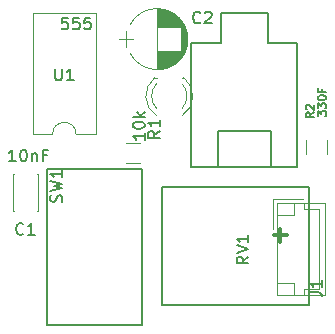
<source format=gbr>
%TF.GenerationSoftware,KiCad,Pcbnew,(5.1.9)-1*%
%TF.CreationDate,2021-03-03T01:22:35+00:00*%
%TF.ProjectId,555 Timer,35353520-5469-46d6-9572-2e6b69636164,rev?*%
%TF.SameCoordinates,Original*%
%TF.FileFunction,Legend,Top*%
%TF.FilePolarity,Positive*%
%FSLAX46Y46*%
G04 Gerber Fmt 4.6, Leading zero omitted, Abs format (unit mm)*
G04 Created by KiCad (PCBNEW (5.1.9)-1) date 2021-03-03 01:22:35*
%MOMM*%
%LPD*%
G01*
G04 APERTURE LIST*
%ADD10C,0.150000*%
%ADD11C,0.300000*%
%ADD12C,0.120000*%
%ADD13C,0.127000*%
G04 APERTURE END LIST*
D10*
X132381714Y-77176380D02*
X131905523Y-77176380D01*
X131857904Y-77652571D01*
X131905523Y-77604952D01*
X132000761Y-77557333D01*
X132238857Y-77557333D01*
X132334095Y-77604952D01*
X132381714Y-77652571D01*
X132429333Y-77747809D01*
X132429333Y-77985904D01*
X132381714Y-78081142D01*
X132334095Y-78128761D01*
X132238857Y-78176380D01*
X132000761Y-78176380D01*
X131905523Y-78128761D01*
X131857904Y-78081142D01*
X133334095Y-77176380D02*
X132857904Y-77176380D01*
X132810285Y-77652571D01*
X132857904Y-77604952D01*
X132953142Y-77557333D01*
X133191238Y-77557333D01*
X133286476Y-77604952D01*
X133334095Y-77652571D01*
X133381714Y-77747809D01*
X133381714Y-77985904D01*
X133334095Y-78081142D01*
X133286476Y-78128761D01*
X133191238Y-78176380D01*
X132953142Y-78176380D01*
X132857904Y-78128761D01*
X132810285Y-78081142D01*
X134286476Y-77176380D02*
X133810285Y-77176380D01*
X133762666Y-77652571D01*
X133810285Y-77604952D01*
X133905523Y-77557333D01*
X134143619Y-77557333D01*
X134238857Y-77604952D01*
X134286476Y-77652571D01*
X134334095Y-77747809D01*
X134334095Y-77985904D01*
X134286476Y-78081142D01*
X134238857Y-78128761D01*
X134143619Y-78176380D01*
X133905523Y-78176380D01*
X133810285Y-78128761D01*
X133762666Y-78081142D01*
D11*
X149796571Y-95611142D02*
X150939428Y-95611142D01*
X150368000Y-96182571D02*
X150368000Y-95039714D01*
D12*
%TO.C,C2*%
X142243722Y-80173723D02*
G75*
G03*
X142243580Y-77814000I-2305722J1179723D01*
G01*
X142243722Y-80173723D02*
G75*
G02*
X137632420Y-80174000I-2305722J1179723D01*
G01*
X142243722Y-77814277D02*
G75*
G03*
X137632420Y-77814000I-2305722J-1179723D01*
G01*
X139938000Y-76444000D02*
X139938000Y-81544000D01*
X139978000Y-76444000D02*
X139978000Y-78014000D01*
X139978000Y-79974000D02*
X139978000Y-81544000D01*
X140018000Y-76445000D02*
X140018000Y-78014000D01*
X140018000Y-79974000D02*
X140018000Y-81543000D01*
X140058000Y-76446000D02*
X140058000Y-78014000D01*
X140058000Y-79974000D02*
X140058000Y-81542000D01*
X140098000Y-76448000D02*
X140098000Y-78014000D01*
X140098000Y-79974000D02*
X140098000Y-81540000D01*
X140138000Y-76451000D02*
X140138000Y-78014000D01*
X140138000Y-79974000D02*
X140138000Y-81537000D01*
X140178000Y-76455000D02*
X140178000Y-78014000D01*
X140178000Y-79974000D02*
X140178000Y-81533000D01*
X140218000Y-76459000D02*
X140218000Y-78014000D01*
X140218000Y-79974000D02*
X140218000Y-81529000D01*
X140258000Y-76463000D02*
X140258000Y-78014000D01*
X140258000Y-79974000D02*
X140258000Y-81525000D01*
X140298000Y-76469000D02*
X140298000Y-78014000D01*
X140298000Y-79974000D02*
X140298000Y-81519000D01*
X140338000Y-76475000D02*
X140338000Y-78014000D01*
X140338000Y-79974000D02*
X140338000Y-81513000D01*
X140378000Y-76481000D02*
X140378000Y-78014000D01*
X140378000Y-79974000D02*
X140378000Y-81507000D01*
X140418000Y-76488000D02*
X140418000Y-78014000D01*
X140418000Y-79974000D02*
X140418000Y-81500000D01*
X140458000Y-76496000D02*
X140458000Y-78014000D01*
X140458000Y-79974000D02*
X140458000Y-81492000D01*
X140498000Y-76505000D02*
X140498000Y-78014000D01*
X140498000Y-79974000D02*
X140498000Y-81483000D01*
X140538000Y-76514000D02*
X140538000Y-78014000D01*
X140538000Y-79974000D02*
X140538000Y-81474000D01*
X140578000Y-76524000D02*
X140578000Y-78014000D01*
X140578000Y-79974000D02*
X140578000Y-81464000D01*
X140618000Y-76534000D02*
X140618000Y-78014000D01*
X140618000Y-79974000D02*
X140618000Y-81454000D01*
X140659000Y-76546000D02*
X140659000Y-78014000D01*
X140659000Y-79974000D02*
X140659000Y-81442000D01*
X140699000Y-76558000D02*
X140699000Y-78014000D01*
X140699000Y-79974000D02*
X140699000Y-81430000D01*
X140739000Y-76570000D02*
X140739000Y-78014000D01*
X140739000Y-79974000D02*
X140739000Y-81418000D01*
X140779000Y-76584000D02*
X140779000Y-78014000D01*
X140779000Y-79974000D02*
X140779000Y-81404000D01*
X140819000Y-76598000D02*
X140819000Y-78014000D01*
X140819000Y-79974000D02*
X140819000Y-81390000D01*
X140859000Y-76612000D02*
X140859000Y-78014000D01*
X140859000Y-79974000D02*
X140859000Y-81376000D01*
X140899000Y-76628000D02*
X140899000Y-78014000D01*
X140899000Y-79974000D02*
X140899000Y-81360000D01*
X140939000Y-76644000D02*
X140939000Y-78014000D01*
X140939000Y-79974000D02*
X140939000Y-81344000D01*
X140979000Y-76661000D02*
X140979000Y-78014000D01*
X140979000Y-79974000D02*
X140979000Y-81327000D01*
X141019000Y-76679000D02*
X141019000Y-78014000D01*
X141019000Y-79974000D02*
X141019000Y-81309000D01*
X141059000Y-76698000D02*
X141059000Y-78014000D01*
X141059000Y-79974000D02*
X141059000Y-81290000D01*
X141099000Y-76718000D02*
X141099000Y-78014000D01*
X141099000Y-79974000D02*
X141099000Y-81270000D01*
X141139000Y-76738000D02*
X141139000Y-78014000D01*
X141139000Y-79974000D02*
X141139000Y-81250000D01*
X141179000Y-76760000D02*
X141179000Y-78014000D01*
X141179000Y-79974000D02*
X141179000Y-81228000D01*
X141219000Y-76782000D02*
X141219000Y-78014000D01*
X141219000Y-79974000D02*
X141219000Y-81206000D01*
X141259000Y-76805000D02*
X141259000Y-78014000D01*
X141259000Y-79974000D02*
X141259000Y-81183000D01*
X141299000Y-76829000D02*
X141299000Y-78014000D01*
X141299000Y-79974000D02*
X141299000Y-81159000D01*
X141339000Y-76854000D02*
X141339000Y-78014000D01*
X141339000Y-79974000D02*
X141339000Y-81134000D01*
X141379000Y-76881000D02*
X141379000Y-78014000D01*
X141379000Y-79974000D02*
X141379000Y-81107000D01*
X141419000Y-76908000D02*
X141419000Y-78014000D01*
X141419000Y-79974000D02*
X141419000Y-81080000D01*
X141459000Y-76936000D02*
X141459000Y-78014000D01*
X141459000Y-79974000D02*
X141459000Y-81052000D01*
X141499000Y-76966000D02*
X141499000Y-78014000D01*
X141499000Y-79974000D02*
X141499000Y-81022000D01*
X141539000Y-76997000D02*
X141539000Y-78014000D01*
X141539000Y-79974000D02*
X141539000Y-80991000D01*
X141579000Y-77029000D02*
X141579000Y-78014000D01*
X141579000Y-79974000D02*
X141579000Y-80959000D01*
X141619000Y-77062000D02*
X141619000Y-78014000D01*
X141619000Y-79974000D02*
X141619000Y-80926000D01*
X141659000Y-77097000D02*
X141659000Y-78014000D01*
X141659000Y-79974000D02*
X141659000Y-80891000D01*
X141699000Y-77133000D02*
X141699000Y-78014000D01*
X141699000Y-79974000D02*
X141699000Y-80855000D01*
X141739000Y-77171000D02*
X141739000Y-78014000D01*
X141739000Y-79974000D02*
X141739000Y-80817000D01*
X141779000Y-77211000D02*
X141779000Y-78014000D01*
X141779000Y-79974000D02*
X141779000Y-80777000D01*
X141819000Y-77252000D02*
X141819000Y-78014000D01*
X141819000Y-79974000D02*
X141819000Y-80736000D01*
X141859000Y-77295000D02*
X141859000Y-78014000D01*
X141859000Y-79974000D02*
X141859000Y-80693000D01*
X141899000Y-77340000D02*
X141899000Y-78014000D01*
X141899000Y-79974000D02*
X141899000Y-80648000D01*
X141939000Y-77388000D02*
X141939000Y-80600000D01*
X141979000Y-77438000D02*
X141979000Y-80550000D01*
X142019000Y-77490000D02*
X142019000Y-80498000D01*
X142059000Y-77546000D02*
X142059000Y-80442000D01*
X142099000Y-77604000D02*
X142099000Y-80384000D01*
X142139000Y-77667000D02*
X142139000Y-80321000D01*
X142179000Y-77733000D02*
X142179000Y-80255000D01*
X142219000Y-77805000D02*
X142219000Y-80183000D01*
X142259000Y-77882000D02*
X142259000Y-80106000D01*
X142299000Y-77966000D02*
X142299000Y-80022000D01*
X142339000Y-78060000D02*
X142339000Y-79928000D01*
X142379000Y-78165000D02*
X142379000Y-79823000D01*
X142419000Y-78287000D02*
X142419000Y-79701000D01*
X142459000Y-78435000D02*
X142459000Y-79553000D01*
X142499000Y-78640000D02*
X142499000Y-79348000D01*
X136738000Y-78994000D02*
X137938000Y-78994000D01*
X137338000Y-78344000D02*
X137338000Y-79644000D01*
%TO.C,J1*%
X154150000Y-92854000D02*
X150050000Y-92854000D01*
X150050000Y-92854000D02*
X150050000Y-100654000D01*
X150050000Y-100654000D02*
X154150000Y-100654000D01*
X154150000Y-100654000D02*
X154150000Y-92854000D01*
X152400000Y-92854000D02*
X152400000Y-93354000D01*
X152400000Y-93354000D02*
X153650000Y-93354000D01*
X153650000Y-93354000D02*
X153650000Y-100154000D01*
X153650000Y-100154000D02*
X152400000Y-100154000D01*
X152400000Y-100154000D02*
X152400000Y-100654000D01*
X151550000Y-92854000D02*
X151550000Y-93854000D01*
X151550000Y-93854000D02*
X150050000Y-93854000D01*
X151550000Y-100654000D02*
X151550000Y-99654000D01*
X151550000Y-99654000D02*
X150050000Y-99654000D01*
X152250000Y-92554000D02*
X149750000Y-92554000D01*
X149750000Y-92554000D02*
X149750000Y-95054000D01*
D10*
%TO.C,RV1*%
X152820000Y-91520000D02*
X152820000Y-101520000D01*
X152820000Y-91520000D02*
X140820000Y-91520000D01*
X140820000Y-91520000D02*
X140320000Y-91520000D01*
X140320000Y-91520000D02*
X140320000Y-101520000D01*
X140320000Y-101520000D02*
X152820000Y-101520000D01*
D12*
%TO.C,U1*%
X129430000Y-87055000D02*
X131080000Y-87055000D01*
X129430000Y-76775000D02*
X129430000Y-87055000D01*
X134730000Y-76775000D02*
X129430000Y-76775000D01*
X134730000Y-87055000D02*
X134730000Y-76775000D01*
X133080000Y-87055000D02*
X134730000Y-87055000D01*
X131080000Y-87055000D02*
G75*
G02*
X133080000Y-87055000I1000000J0D01*
G01*
%TO.C,R2*%
X152536000Y-88738000D02*
X152536000Y-87538000D01*
X154296000Y-87538000D02*
X154296000Y-88738000D01*
%TO.C,R1*%
X137322000Y-87766000D02*
X138522000Y-87766000D01*
X138522000Y-89526000D02*
X137322000Y-89526000D01*
D10*
%TO.C,SW1*%
X130620000Y-103220000D02*
X138620000Y-103220000D01*
X138620000Y-103220000D02*
X138620000Y-90020000D01*
X138620000Y-90020000D02*
X130620000Y-90020000D01*
X130620000Y-90020000D02*
X130620000Y-103220000D01*
D13*
%TO.C,J2*%
X145320000Y-76820000D02*
X149320000Y-76820000D01*
X145320000Y-76820000D02*
X145320000Y-79320000D01*
X149320000Y-77120000D02*
X149320000Y-76820000D01*
X149320000Y-79320000D02*
X149320000Y-77148000D01*
X145070000Y-86820000D02*
X145070000Y-89820000D01*
X149570000Y-86820000D02*
X145070000Y-86820000D01*
X149570000Y-89820000D02*
X149570000Y-86820000D01*
X142820000Y-79320000D02*
X142820000Y-89820000D01*
X145320000Y-79320000D02*
X142820000Y-79320000D01*
X151820000Y-79320000D02*
X149320000Y-79320000D01*
X151820000Y-89820000D02*
X151820000Y-79320000D01*
X145820000Y-89820000D02*
X142820000Y-89820000D01*
X148820000Y-89820000D02*
X145820000Y-89820000D01*
X151820000Y-89820000D02*
X148820000Y-89820000D01*
D12*
%TO.C,D1*%
X139890000Y-82260000D02*
X139734000Y-82260000D01*
X142206000Y-82260000D02*
X142050000Y-82260000D01*
X142048608Y-85492335D02*
G75*
G03*
X142205516Y-82260000I-1078608J1672335D01*
G01*
X139891392Y-85492335D02*
G75*
G02*
X139734484Y-82260000I1078608J1672335D01*
G01*
X142049837Y-84861130D02*
G75*
G03*
X142050000Y-82779039I-1079837J1041130D01*
G01*
X139890163Y-84861130D02*
G75*
G02*
X139890000Y-82779039I1079837J1041130D01*
G01*
%TO.C,C1*%
X129774000Y-90408000D02*
X129838000Y-90408000D01*
X127718000Y-90408000D02*
X127782000Y-90408000D01*
X129774000Y-93528000D02*
X129838000Y-93528000D01*
X127718000Y-93528000D02*
X127782000Y-93528000D01*
X129838000Y-93528000D02*
X129838000Y-90408000D01*
X127718000Y-93528000D02*
X127718000Y-90408000D01*
%TO.C,C2*%
D10*
X143597333Y-77573142D02*
X143549714Y-77620761D01*
X143406857Y-77668380D01*
X143311619Y-77668380D01*
X143168761Y-77620761D01*
X143073523Y-77525523D01*
X143025904Y-77430285D01*
X142978285Y-77239809D01*
X142978285Y-77096952D01*
X143025904Y-76906476D01*
X143073523Y-76811238D01*
X143168761Y-76716000D01*
X143311619Y-76668380D01*
X143406857Y-76668380D01*
X143549714Y-76716000D01*
X143597333Y-76763619D01*
X143978285Y-76763619D02*
X144025904Y-76716000D01*
X144121142Y-76668380D01*
X144359238Y-76668380D01*
X144454476Y-76716000D01*
X144502095Y-76763619D01*
X144549714Y-76858857D01*
X144549714Y-76954095D01*
X144502095Y-77096952D01*
X143930666Y-77668380D01*
X144549714Y-77668380D01*
%TO.C,J1*%
X152868380Y-100409333D02*
X153582666Y-100409333D01*
X153725523Y-100456952D01*
X153820761Y-100552190D01*
X153868380Y-100695047D01*
X153868380Y-100790285D01*
X153868380Y-99409333D02*
X153868380Y-99980761D01*
X153868380Y-99695047D02*
X152868380Y-99695047D01*
X153011238Y-99790285D01*
X153106476Y-99885523D01*
X153154095Y-99980761D01*
%TO.C,RV1*%
X147672380Y-97415238D02*
X147196190Y-97748571D01*
X147672380Y-97986666D02*
X146672380Y-97986666D01*
X146672380Y-97605714D01*
X146720000Y-97510476D01*
X146767619Y-97462857D01*
X146862857Y-97415238D01*
X147005714Y-97415238D01*
X147100952Y-97462857D01*
X147148571Y-97510476D01*
X147196190Y-97605714D01*
X147196190Y-97986666D01*
X146672380Y-97129523D02*
X147672380Y-96796190D01*
X146672380Y-96462857D01*
X147672380Y-95605714D02*
X147672380Y-96177142D01*
X147672380Y-95891428D02*
X146672380Y-95891428D01*
X146815238Y-95986666D01*
X146910476Y-96081904D01*
X146958095Y-96177142D01*
%TO.C,U1*%
X131318095Y-81494380D02*
X131318095Y-82303904D01*
X131365714Y-82399142D01*
X131413333Y-82446761D01*
X131508571Y-82494380D01*
X131699047Y-82494380D01*
X131794285Y-82446761D01*
X131841904Y-82399142D01*
X131889523Y-82303904D01*
X131889523Y-81494380D01*
X132889523Y-82494380D02*
X132318095Y-82494380D01*
X132603809Y-82494380D02*
X132603809Y-81494380D01*
X132508571Y-81637238D01*
X132413333Y-81732476D01*
X132318095Y-81780095D01*
%TO.C,R2*%
X153224666Y-85206666D02*
X152891333Y-85440000D01*
X153224666Y-85606666D02*
X152524666Y-85606666D01*
X152524666Y-85340000D01*
X152558000Y-85273333D01*
X152591333Y-85240000D01*
X152658000Y-85206666D01*
X152758000Y-85206666D01*
X152824666Y-85240000D01*
X152858000Y-85273333D01*
X152891333Y-85340000D01*
X152891333Y-85606666D01*
X152591333Y-84940000D02*
X152558000Y-84906666D01*
X152524666Y-84840000D01*
X152524666Y-84673333D01*
X152558000Y-84606666D01*
X152591333Y-84573333D01*
X152658000Y-84540000D01*
X152724666Y-84540000D01*
X152824666Y-84573333D01*
X153224666Y-84973333D01*
X153224666Y-84540000D01*
X153540666Y-85528000D02*
X153540666Y-85094666D01*
X153807333Y-85328000D01*
X153807333Y-85228000D01*
X153840666Y-85161333D01*
X153874000Y-85128000D01*
X153940666Y-85094666D01*
X154107333Y-85094666D01*
X154174000Y-85128000D01*
X154207333Y-85161333D01*
X154240666Y-85228000D01*
X154240666Y-85428000D01*
X154207333Y-85494666D01*
X154174000Y-85528000D01*
X153540666Y-84861333D02*
X153540666Y-84428000D01*
X153807333Y-84661333D01*
X153807333Y-84561333D01*
X153840666Y-84494666D01*
X153874000Y-84461333D01*
X153940666Y-84428000D01*
X154107333Y-84428000D01*
X154174000Y-84461333D01*
X154207333Y-84494666D01*
X154240666Y-84561333D01*
X154240666Y-84761333D01*
X154207333Y-84828000D01*
X154174000Y-84861333D01*
X153540666Y-83994666D02*
X153540666Y-83928000D01*
X153574000Y-83861333D01*
X153607333Y-83828000D01*
X153674000Y-83794666D01*
X153807333Y-83761333D01*
X153974000Y-83761333D01*
X154107333Y-83794666D01*
X154174000Y-83828000D01*
X154207333Y-83861333D01*
X154240666Y-83928000D01*
X154240666Y-83994666D01*
X154207333Y-84061333D01*
X154174000Y-84094666D01*
X154107333Y-84128000D01*
X153974000Y-84161333D01*
X153807333Y-84161333D01*
X153674000Y-84128000D01*
X153607333Y-84094666D01*
X153574000Y-84061333D01*
X153540666Y-83994666D01*
X153874000Y-83228000D02*
X153874000Y-83461333D01*
X154240666Y-83461333D02*
X153540666Y-83461333D01*
X153540666Y-83128000D01*
%TO.C,R1*%
X140152380Y-86780666D02*
X139676190Y-87114000D01*
X140152380Y-87352095D02*
X139152380Y-87352095D01*
X139152380Y-86971142D01*
X139200000Y-86875904D01*
X139247619Y-86828285D01*
X139342857Y-86780666D01*
X139485714Y-86780666D01*
X139580952Y-86828285D01*
X139628571Y-86875904D01*
X139676190Y-86971142D01*
X139676190Y-87352095D01*
X140152380Y-85828285D02*
X140152380Y-86399714D01*
X140152380Y-86114000D02*
X139152380Y-86114000D01*
X139295238Y-86209238D01*
X139390476Y-86304476D01*
X139438095Y-86399714D01*
X138882380Y-86955238D02*
X138882380Y-87526666D01*
X138882380Y-87240952D02*
X137882380Y-87240952D01*
X138025238Y-87336190D01*
X138120476Y-87431428D01*
X138168095Y-87526666D01*
X137882380Y-86336190D02*
X137882380Y-86240952D01*
X137930000Y-86145714D01*
X137977619Y-86098095D01*
X138072857Y-86050476D01*
X138263333Y-86002857D01*
X138501428Y-86002857D01*
X138691904Y-86050476D01*
X138787142Y-86098095D01*
X138834761Y-86145714D01*
X138882380Y-86240952D01*
X138882380Y-86336190D01*
X138834761Y-86431428D01*
X138787142Y-86479047D01*
X138691904Y-86526666D01*
X138501428Y-86574285D01*
X138263333Y-86574285D01*
X138072857Y-86526666D01*
X137977619Y-86479047D01*
X137930000Y-86431428D01*
X137882380Y-86336190D01*
X138882380Y-85574285D02*
X137882380Y-85574285D01*
X138501428Y-85479047D02*
X138882380Y-85193333D01*
X138215714Y-85193333D02*
X138596666Y-85574285D01*
%TO.C,SW1*%
X131849761Y-92773333D02*
X131897380Y-92630476D01*
X131897380Y-92392380D01*
X131849761Y-92297142D01*
X131802142Y-92249523D01*
X131706904Y-92201904D01*
X131611666Y-92201904D01*
X131516428Y-92249523D01*
X131468809Y-92297142D01*
X131421190Y-92392380D01*
X131373571Y-92582857D01*
X131325952Y-92678095D01*
X131278333Y-92725714D01*
X131183095Y-92773333D01*
X131087857Y-92773333D01*
X130992619Y-92725714D01*
X130945000Y-92678095D01*
X130897380Y-92582857D01*
X130897380Y-92344761D01*
X130945000Y-92201904D01*
X130897380Y-91868571D02*
X131897380Y-91630476D01*
X131183095Y-91440000D01*
X131897380Y-91249523D01*
X130897380Y-91011428D01*
X131897380Y-90106666D02*
X131897380Y-90678095D01*
X131897380Y-90392380D02*
X130897380Y-90392380D01*
X131040238Y-90487619D01*
X131135476Y-90582857D01*
X131183095Y-90678095D01*
%TO.C,C1*%
X128611333Y-95480142D02*
X128563714Y-95527761D01*
X128420857Y-95575380D01*
X128325619Y-95575380D01*
X128182761Y-95527761D01*
X128087523Y-95432523D01*
X128039904Y-95337285D01*
X127992285Y-95146809D01*
X127992285Y-95003952D01*
X128039904Y-94813476D01*
X128087523Y-94718238D01*
X128182761Y-94623000D01*
X128325619Y-94575380D01*
X128420857Y-94575380D01*
X128563714Y-94623000D01*
X128611333Y-94670619D01*
X129563714Y-95575380D02*
X128992285Y-95575380D01*
X129278000Y-95575380D02*
X129278000Y-94575380D01*
X129182761Y-94718238D01*
X129087523Y-94813476D01*
X128992285Y-94861095D01*
X127960571Y-89352380D02*
X127389142Y-89352380D01*
X127674857Y-89352380D02*
X127674857Y-88352380D01*
X127579619Y-88495238D01*
X127484380Y-88590476D01*
X127389142Y-88638095D01*
X128579619Y-88352380D02*
X128674857Y-88352380D01*
X128770095Y-88400000D01*
X128817714Y-88447619D01*
X128865333Y-88542857D01*
X128912952Y-88733333D01*
X128912952Y-88971428D01*
X128865333Y-89161904D01*
X128817714Y-89257142D01*
X128770095Y-89304761D01*
X128674857Y-89352380D01*
X128579619Y-89352380D01*
X128484380Y-89304761D01*
X128436761Y-89257142D01*
X128389142Y-89161904D01*
X128341523Y-88971428D01*
X128341523Y-88733333D01*
X128389142Y-88542857D01*
X128436761Y-88447619D01*
X128484380Y-88400000D01*
X128579619Y-88352380D01*
X129341523Y-88685714D02*
X129341523Y-89352380D01*
X129341523Y-88780952D02*
X129389142Y-88733333D01*
X129484380Y-88685714D01*
X129627238Y-88685714D01*
X129722476Y-88733333D01*
X129770095Y-88828571D01*
X129770095Y-89352380D01*
X130579619Y-88828571D02*
X130246285Y-88828571D01*
X130246285Y-89352380D02*
X130246285Y-88352380D01*
X130722476Y-88352380D01*
%TD*%
M02*

</source>
